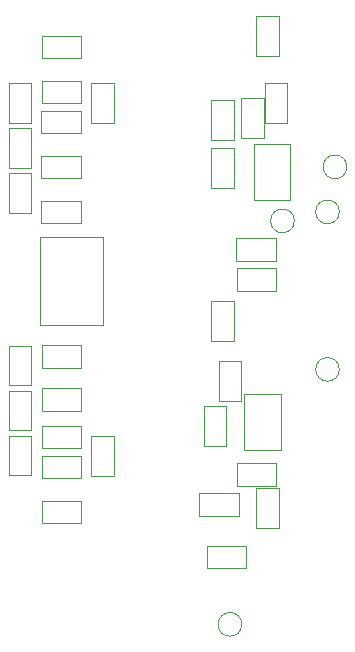
<source format=gbr>
G04 #@! TF.GenerationSoftware,KiCad,Pcbnew,5.1.2-f72e74a~84~ubuntu18.04.1*
G04 #@! TF.CreationDate,2019-05-17T13:13:24-07:00*
G04 #@! TF.ProjectId,RPZ_SC_VNA,52505a5f-5343-45f5-964e-412e6b696361,rev?*
G04 #@! TF.SameCoordinates,Original*
G04 #@! TF.FileFunction,Other,User*
%FSLAX46Y46*%
G04 Gerber Fmt 4.6, Leading zero omitted, Abs format (unit mm)*
G04 Created by KiCad (PCBNEW 5.1.2-f72e74a~84~ubuntu18.04.1) date 2019-05-17 13:13:24*
%MOMM*%
%LPD*%
G04 APERTURE LIST*
%ADD10C,0.050000*%
G04 APERTURE END LIST*
D10*
X139816240Y-64129420D02*
X142916240Y-64129420D01*
X142916240Y-64129420D02*
X142916240Y-68829420D01*
X142916240Y-68829420D02*
X139816240Y-68829420D01*
X139816240Y-68829420D02*
X139816240Y-64129420D01*
X147685000Y-66040000D02*
G75*
G03X147685000Y-66040000I-1000000J0D01*
G01*
X147050000Y-83185000D02*
G75*
G03X147050000Y-83185000I-1000000J0D01*
G01*
X143240000Y-70612000D02*
G75*
G03X143240000Y-70612000I-1000000J0D01*
G01*
X147050000Y-69850000D02*
G75*
G03X147050000Y-69850000I-1000000J0D01*
G01*
X138795000Y-104775000D02*
G75*
G03X138795000Y-104775000I-1000000J0D01*
G01*
X127083800Y-71992000D02*
X121683800Y-71992000D01*
X121683800Y-71992000D02*
X121683800Y-79392000D01*
X121683800Y-79392000D02*
X127083800Y-79392000D01*
X127083800Y-79392000D02*
X127083800Y-71992000D01*
X139008520Y-85269840D02*
X142108520Y-85269840D01*
X142108520Y-85269840D02*
X142108520Y-89969840D01*
X142108520Y-89969840D02*
X139008520Y-89969840D01*
X139008520Y-89969840D02*
X139008520Y-85269840D01*
X138537500Y-93665000D02*
X138537500Y-95565000D01*
X138537500Y-95565000D02*
X135177500Y-95565000D01*
X135177500Y-95565000D02*
X135177500Y-93665000D01*
X135177500Y-93665000D02*
X138537500Y-93665000D01*
X135812500Y-100010000D02*
X135812500Y-98110000D01*
X135812500Y-98110000D02*
X139172500Y-98110000D01*
X139172500Y-98110000D02*
X139172500Y-100010000D01*
X139172500Y-100010000D02*
X135812500Y-100010000D01*
X140020000Y-93267500D02*
X141920000Y-93267500D01*
X141920000Y-93267500D02*
X141920000Y-96627500D01*
X141920000Y-96627500D02*
X140020000Y-96627500D01*
X140020000Y-96627500D02*
X140020000Y-93267500D01*
X119065000Y-66597500D02*
X120965000Y-66597500D01*
X120965000Y-66597500D02*
X120965000Y-69957500D01*
X120965000Y-69957500D02*
X119065000Y-69957500D01*
X119065000Y-69957500D02*
X119065000Y-66597500D01*
X119065000Y-62787500D02*
X120965000Y-62787500D01*
X120965000Y-62787500D02*
X120965000Y-66147500D01*
X120965000Y-66147500D02*
X119065000Y-66147500D01*
X119065000Y-66147500D02*
X119065000Y-62787500D01*
X120965000Y-84532500D02*
X119065000Y-84532500D01*
X119065000Y-84532500D02*
X119065000Y-81172500D01*
X119065000Y-81172500D02*
X120965000Y-81172500D01*
X120965000Y-81172500D02*
X120965000Y-84532500D01*
X121812500Y-63180000D02*
X121812500Y-61280000D01*
X121812500Y-61280000D02*
X125172500Y-61280000D01*
X125172500Y-61280000D02*
X125172500Y-63180000D01*
X125172500Y-63180000D02*
X121812500Y-63180000D01*
X120965000Y-88342500D02*
X119065000Y-88342500D01*
X119065000Y-88342500D02*
X119065000Y-84982500D01*
X119065000Y-84982500D02*
X120965000Y-84982500D01*
X120965000Y-84982500D02*
X120965000Y-88342500D01*
X120965000Y-62337500D02*
X119065000Y-62337500D01*
X119065000Y-62337500D02*
X119065000Y-58977500D01*
X119065000Y-58977500D02*
X120965000Y-58977500D01*
X120965000Y-58977500D02*
X120965000Y-62337500D01*
X141920000Y-56622500D02*
X140020000Y-56622500D01*
X140020000Y-56622500D02*
X140020000Y-53262500D01*
X140020000Y-53262500D02*
X141920000Y-53262500D01*
X141920000Y-53262500D02*
X141920000Y-56622500D01*
X121842500Y-89850000D02*
X121842500Y-87950000D01*
X121842500Y-87950000D02*
X125202500Y-87950000D01*
X125202500Y-87950000D02*
X125202500Y-89850000D01*
X125202500Y-89850000D02*
X121842500Y-89850000D01*
X140731200Y-58977500D02*
X142631200Y-58977500D01*
X142631200Y-58977500D02*
X142631200Y-62337500D01*
X142631200Y-62337500D02*
X140731200Y-62337500D01*
X140731200Y-62337500D02*
X140731200Y-58977500D01*
X119065000Y-88792500D02*
X120965000Y-88792500D01*
X120965000Y-88792500D02*
X120965000Y-92152500D01*
X120965000Y-92152500D02*
X119065000Y-92152500D01*
X119065000Y-92152500D02*
X119065000Y-88792500D01*
X141712500Y-74615000D02*
X141712500Y-76515000D01*
X141712500Y-76515000D02*
X138352500Y-76515000D01*
X138352500Y-76515000D02*
X138352500Y-74615000D01*
X138352500Y-74615000D02*
X141712500Y-74615000D01*
X141682500Y-72075000D02*
X141682500Y-73975000D01*
X141682500Y-73975000D02*
X138322500Y-73975000D01*
X138322500Y-73975000D02*
X138322500Y-72075000D01*
X138322500Y-72075000D02*
X141682500Y-72075000D01*
X127950000Y-62307500D02*
X126050000Y-62307500D01*
X126050000Y-62307500D02*
X126050000Y-58947500D01*
X126050000Y-58947500D02*
X127950000Y-58947500D01*
X127950000Y-58947500D02*
X127950000Y-62307500D01*
X126050000Y-88822500D02*
X127950000Y-88822500D01*
X127950000Y-88822500D02*
X127950000Y-92182500D01*
X127950000Y-92182500D02*
X126050000Y-92182500D01*
X126050000Y-92182500D02*
X126050000Y-88822500D01*
X138352500Y-93025000D02*
X138352500Y-91125000D01*
X138352500Y-91125000D02*
X141712500Y-91125000D01*
X141712500Y-91125000D02*
X141712500Y-93025000D01*
X141712500Y-93025000D02*
X138352500Y-93025000D01*
X121812500Y-70800000D02*
X121812500Y-68900000D01*
X121812500Y-68900000D02*
X125172500Y-68900000D01*
X125172500Y-68900000D02*
X125172500Y-70800000D01*
X125172500Y-70800000D02*
X121812500Y-70800000D01*
X121812500Y-66990000D02*
X121812500Y-65090000D01*
X121812500Y-65090000D02*
X125172500Y-65090000D01*
X125172500Y-65090000D02*
X125172500Y-66990000D01*
X125172500Y-66990000D02*
X121812500Y-66990000D01*
X121842500Y-83042800D02*
X121842500Y-81142800D01*
X121842500Y-81142800D02*
X125202500Y-81142800D01*
X125202500Y-81142800D02*
X125202500Y-83042800D01*
X125202500Y-83042800D02*
X121842500Y-83042800D01*
X121842500Y-86675000D02*
X121842500Y-84775000D01*
X121842500Y-84775000D02*
X125202500Y-84775000D01*
X125202500Y-84775000D02*
X125202500Y-86675000D01*
X125202500Y-86675000D02*
X121842500Y-86675000D01*
X121842500Y-60640000D02*
X121842500Y-58740000D01*
X121842500Y-58740000D02*
X125202500Y-58740000D01*
X125202500Y-58740000D02*
X125202500Y-60640000D01*
X125202500Y-60640000D02*
X121842500Y-60640000D01*
X121842500Y-56830000D02*
X121842500Y-54930000D01*
X121842500Y-54930000D02*
X125202500Y-54930000D01*
X125202500Y-54930000D02*
X125202500Y-56830000D01*
X125202500Y-56830000D02*
X121842500Y-56830000D01*
X121842500Y-92390000D02*
X121842500Y-90490000D01*
X121842500Y-90490000D02*
X125202500Y-90490000D01*
X125202500Y-90490000D02*
X125202500Y-92390000D01*
X125202500Y-92390000D02*
X121842500Y-92390000D01*
X136210000Y-60374500D02*
X138110000Y-60374500D01*
X138110000Y-60374500D02*
X138110000Y-63734500D01*
X138110000Y-63734500D02*
X136210000Y-63734500D01*
X136210000Y-63734500D02*
X136210000Y-60374500D01*
X138750000Y-60247500D02*
X140650000Y-60247500D01*
X140650000Y-60247500D02*
X140650000Y-63607500D01*
X140650000Y-63607500D02*
X138750000Y-63607500D01*
X138750000Y-63607500D02*
X138750000Y-60247500D01*
X121842500Y-96200000D02*
X121842500Y-94300000D01*
X121842500Y-94300000D02*
X125202500Y-94300000D01*
X125202500Y-94300000D02*
X125202500Y-96200000D01*
X125202500Y-96200000D02*
X121842500Y-96200000D01*
X135575000Y-86282500D02*
X137475000Y-86282500D01*
X137475000Y-86282500D02*
X137475000Y-89642500D01*
X137475000Y-89642500D02*
X135575000Y-89642500D01*
X135575000Y-89642500D02*
X135575000Y-86282500D01*
X136210000Y-64438500D02*
X138110000Y-64438500D01*
X138110000Y-64438500D02*
X138110000Y-67798500D01*
X138110000Y-67798500D02*
X136210000Y-67798500D01*
X136210000Y-67798500D02*
X136210000Y-64438500D01*
X136845000Y-82472500D02*
X138745000Y-82472500D01*
X138745000Y-82472500D02*
X138745000Y-85832500D01*
X138745000Y-85832500D02*
X136845000Y-85832500D01*
X136845000Y-85832500D02*
X136845000Y-82472500D01*
X138110000Y-77392500D02*
X138110000Y-80752500D01*
X136210000Y-77392500D02*
X138110000Y-77392500D01*
X136210000Y-80752500D02*
X136210000Y-77392500D01*
X138110000Y-80752500D02*
X136210000Y-80752500D01*
M02*

</source>
